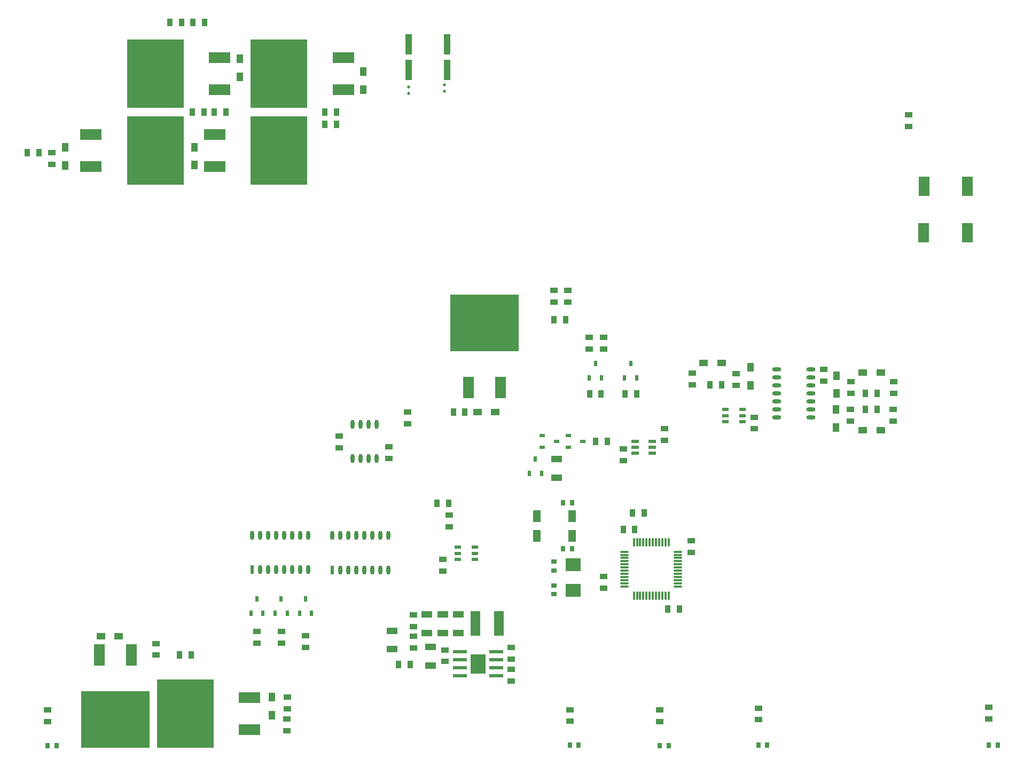
<source format=gtp>
G04*
G04 #@! TF.GenerationSoftware,Altium Limited,Altium Designer,21.2.2 (38)*
G04*
G04 Layer_Color=8421504*
%FSLAX25Y25*%
%MOIN*%
G70*
G04*
G04 #@! TF.SameCoordinates,F28A5215-CE45-4803-9B4C-17DA2ED16A0E*
G04*
G04*
G04 #@! TF.FilePolarity,Positive*
G04*
G01*
G75*
%ADD18R,0.06693X0.04134*%
%ADD19R,0.05118X0.03740*%
%ADD20R,0.09449X0.07874*%
%ADD21R,0.03740X0.05118*%
%ADD22R,0.06299X0.15748*%
%ADD23R,0.08661X0.01968*%
%ADD24R,0.09449X0.12205*%
%ADD25R,0.06693X0.12402*%
%ADD26O,0.02362X0.05709*%
%ADD27R,0.02362X0.05709*%
%ADD28R,0.05315X0.03937*%
%ADD29R,0.03937X0.05315*%
%ADD30R,0.02756X0.03543*%
%ADD31C,0.01968*%
%ADD32R,0.02362X0.03543*%
%ADD33R,0.03937X0.02362*%
%ADD34O,0.05709X0.02362*%
%ADD35R,0.03543X0.02362*%
%ADD36R,0.04724X0.02165*%
%ADD37O,0.02362X0.05709*%
%ADD38R,0.07008X0.13795*%
%ADD39R,0.42992X0.35512*%
%ADD40R,0.05000X0.07500*%
%ADD41O,0.01181X0.05709*%
%ADD42O,0.05709X0.01181*%
%ADD43R,0.03543X0.02756*%
%ADD44R,0.35512X0.42992*%
%ADD45R,0.13795X0.07008*%
%ADD46R,0.04331X0.12992*%
D18*
X309646Y96358D02*
D03*
Y84744D02*
D03*
X319488Y96161D02*
D03*
Y84547D02*
D03*
X287795Y74508D02*
D03*
Y86122D02*
D03*
X312008Y64272D02*
D03*
Y75886D02*
D03*
X329331Y96161D02*
D03*
Y84547D02*
D03*
X390551Y193405D02*
D03*
Y181791D02*
D03*
D19*
X362205Y62106D02*
D03*
Y54823D02*
D03*
X320866Y66831D02*
D03*
Y74114D02*
D03*
X362205Y68209D02*
D03*
Y75492D02*
D03*
X323425Y158366D02*
D03*
Y151083D02*
D03*
X301181Y88681D02*
D03*
Y95965D02*
D03*
Y82579D02*
D03*
Y75295D02*
D03*
X254921Y200295D02*
D03*
Y207579D02*
D03*
X397638Y298721D02*
D03*
Y291437D02*
D03*
X297441Y215453D02*
D03*
Y222736D02*
D03*
X610236Y408366D02*
D03*
Y401083D02*
D03*
X513779Y219488D02*
D03*
Y212205D02*
D03*
X600787Y241535D02*
D03*
Y234252D02*
D03*
X574213Y241535D02*
D03*
Y234252D02*
D03*
X574016Y217028D02*
D03*
Y224311D02*
D03*
X600591Y217028D02*
D03*
Y224311D02*
D03*
X516535Y37795D02*
D03*
Y30512D02*
D03*
X502559Y246752D02*
D03*
Y239469D02*
D03*
X475295Y246850D02*
D03*
Y239567D02*
D03*
X419882Y261910D02*
D03*
Y269193D02*
D03*
X411024Y262008D02*
D03*
Y269291D02*
D03*
X557087Y242028D02*
D03*
Y249311D02*
D03*
X457874Y204921D02*
D03*
Y212205D02*
D03*
X432087Y199705D02*
D03*
Y192421D02*
D03*
X388976Y298721D02*
D03*
Y291437D02*
D03*
X286024Y200984D02*
D03*
Y193701D02*
D03*
X660236Y38386D02*
D03*
Y31102D02*
D03*
X73032Y36614D02*
D03*
Y29331D02*
D03*
X454921Y36614D02*
D03*
Y29331D02*
D03*
X398819Y36811D02*
D03*
Y29528D02*
D03*
X319488Y130610D02*
D03*
Y123327D02*
D03*
X233858Y75689D02*
D03*
Y82972D02*
D03*
X218898Y78347D02*
D03*
Y85630D02*
D03*
X203543Y78445D02*
D03*
Y85728D02*
D03*
X419882Y119980D02*
D03*
Y112697D02*
D03*
X474606Y135039D02*
D03*
Y142323D02*
D03*
X222244Y31004D02*
D03*
Y23720D02*
D03*
X140551Y78150D02*
D03*
Y70866D02*
D03*
X222441Y44587D02*
D03*
Y37303D02*
D03*
X75590Y377264D02*
D03*
Y384547D02*
D03*
D20*
X400787Y127165D02*
D03*
Y111417D02*
D03*
D21*
X316043Y165748D02*
D03*
X323327D02*
D03*
X291831Y65158D02*
D03*
X299114D02*
D03*
X418405Y233858D02*
D03*
X411122D02*
D03*
X440453D02*
D03*
X433169D02*
D03*
X445276Y159646D02*
D03*
X437992D02*
D03*
X590650Y234252D02*
D03*
X583366D02*
D03*
X590650Y224409D02*
D03*
X583366D02*
D03*
X486221Y239567D02*
D03*
X493504D02*
D03*
X422146Y204331D02*
D03*
X414862D02*
D03*
X388878Y280315D02*
D03*
X396161D02*
D03*
X326083Y222638D02*
D03*
X333366D02*
D03*
X439370Y149213D02*
D03*
X432087D02*
D03*
X459941Y99803D02*
D03*
X467224D02*
D03*
X155315Y70866D02*
D03*
X162598D02*
D03*
X253248Y402165D02*
D03*
X245965D02*
D03*
X245866Y410039D02*
D03*
X253150D02*
D03*
X170571D02*
D03*
X163287D02*
D03*
X184350D02*
D03*
X177067D02*
D03*
X67618Y384646D02*
D03*
X60335D02*
D03*
X156496Y466142D02*
D03*
X149213D02*
D03*
X170768D02*
D03*
X163484D02*
D03*
D22*
X339961Y90748D02*
D03*
X354528D02*
D03*
D23*
X352953Y57913D02*
D03*
Y62913D02*
D03*
Y67913D02*
D03*
Y72913D02*
D03*
X330315Y57913D02*
D03*
Y62913D02*
D03*
Y67913D02*
D03*
Y72913D02*
D03*
D24*
X341634Y65413D02*
D03*
D25*
X647047Y363583D02*
D03*
X619882D02*
D03*
X646850Y334646D02*
D03*
X619685D02*
D03*
D26*
X235610Y145768D02*
D03*
X230610D02*
D03*
X225610D02*
D03*
X220610D02*
D03*
X215610D02*
D03*
X210610D02*
D03*
X205610D02*
D03*
X200610D02*
D03*
X235610Y124311D02*
D03*
X230610D02*
D03*
X225610D02*
D03*
X220610D02*
D03*
X215610D02*
D03*
X210610D02*
D03*
X205610D02*
D03*
X285413Y145571D02*
D03*
X280413D02*
D03*
X275413D02*
D03*
X270413D02*
D03*
X265413D02*
D03*
X260413D02*
D03*
X255413D02*
D03*
X250413D02*
D03*
X285413Y124114D02*
D03*
X280413D02*
D03*
X275413D02*
D03*
X270413D02*
D03*
X265413D02*
D03*
X260413D02*
D03*
X255413D02*
D03*
D27*
X200610Y124311D02*
D03*
X250413Y124114D02*
D03*
D28*
X581595Y247244D02*
D03*
X592815D02*
D03*
X581595Y211221D02*
D03*
X592815D02*
D03*
X493504Y253346D02*
D03*
X482283D02*
D03*
X341142Y222638D02*
D03*
X352362D02*
D03*
X117323Y82677D02*
D03*
X106102D02*
D03*
D29*
X565158Y234252D02*
D03*
Y245472D02*
D03*
X564961Y224311D02*
D03*
Y213090D02*
D03*
X511417Y239370D02*
D03*
Y250590D02*
D03*
X212795Y33366D02*
D03*
Y44587D02*
D03*
X269882Y424016D02*
D03*
Y435236D02*
D03*
X164567Y388090D02*
D03*
Y376870D02*
D03*
X84055Y387894D02*
D03*
Y376673D02*
D03*
X192913Y431988D02*
D03*
Y443209D02*
D03*
D30*
X516535Y14764D02*
D03*
X522047D02*
D03*
X660236D02*
D03*
X665748D02*
D03*
X398819D02*
D03*
X404331D02*
D03*
X454921Y14370D02*
D03*
X460433D02*
D03*
X394685Y137205D02*
D03*
X400197D02*
D03*
X394685Y166142D02*
D03*
X400197D02*
D03*
X73032Y14173D02*
D03*
X78543D02*
D03*
D31*
X298228Y421654D02*
D03*
Y425591D02*
D03*
X320472Y426968D02*
D03*
Y423032D02*
D03*
D32*
X411024Y244094D02*
D03*
X418504D02*
D03*
X414764Y253150D02*
D03*
X433071Y244094D02*
D03*
X440551D02*
D03*
X436811Y253150D02*
D03*
X377362Y193307D02*
D03*
X381102Y184252D02*
D03*
X373622D02*
D03*
X203543Y106102D02*
D03*
X207283Y97047D02*
D03*
X199803D02*
D03*
X233858Y106102D02*
D03*
X237598Y97047D02*
D03*
X230118D02*
D03*
X218701Y106102D02*
D03*
X222441Y97047D02*
D03*
X214961D02*
D03*
D33*
X506693Y224213D02*
D03*
Y220472D02*
D03*
Y216732D02*
D03*
X496063D02*
D03*
Y220472D02*
D03*
Y224213D02*
D03*
X328937Y130709D02*
D03*
Y134449D02*
D03*
Y138189D02*
D03*
X339567D02*
D03*
Y134449D02*
D03*
Y130709D02*
D03*
D34*
X549409Y219331D02*
D03*
Y224331D02*
D03*
Y229331D02*
D03*
Y234331D02*
D03*
Y239331D02*
D03*
Y244331D02*
D03*
Y249331D02*
D03*
X527953Y219331D02*
D03*
Y224331D02*
D03*
Y229331D02*
D03*
Y234331D02*
D03*
Y239331D02*
D03*
Y244331D02*
D03*
Y249331D02*
D03*
D35*
X390551Y204331D02*
D03*
X381496Y200591D02*
D03*
Y208071D02*
D03*
X406890Y204331D02*
D03*
X397835Y200591D02*
D03*
Y208071D02*
D03*
D36*
X450197Y204331D02*
D03*
Y200591D02*
D03*
Y196850D02*
D03*
X439567D02*
D03*
Y200591D02*
D03*
Y204331D02*
D03*
D37*
X278366Y215059D02*
D03*
X273366D02*
D03*
X268366D02*
D03*
X263366D02*
D03*
X278366Y193602D02*
D03*
X273366D02*
D03*
X268366D02*
D03*
X263366D02*
D03*
D38*
X335512Y237992D02*
D03*
X355512D02*
D03*
X105394Y70866D02*
D03*
X125394D02*
D03*
D39*
X345512Y278201D02*
D03*
X115394Y30658D02*
D03*
D40*
X400197Y145177D02*
D03*
X378197D02*
D03*
Y157677D02*
D03*
X400197D02*
D03*
D41*
X438779Y141240D02*
D03*
X440748D02*
D03*
X442717D02*
D03*
X444685D02*
D03*
X446654D02*
D03*
X448622D02*
D03*
X450591D02*
D03*
X452559D02*
D03*
X454528D02*
D03*
X456496D02*
D03*
X458465D02*
D03*
X460433D02*
D03*
Y107972D02*
D03*
X458465D02*
D03*
X456496D02*
D03*
X454528D02*
D03*
X452559D02*
D03*
X450591D02*
D03*
X448622D02*
D03*
X446654D02*
D03*
X444685D02*
D03*
X442717D02*
D03*
X440748D02*
D03*
X438779D02*
D03*
D42*
X466240Y135433D02*
D03*
Y133465D02*
D03*
Y131496D02*
D03*
Y129527D02*
D03*
Y127559D02*
D03*
Y125591D02*
D03*
Y123622D02*
D03*
Y121653D02*
D03*
Y119685D02*
D03*
Y117717D02*
D03*
Y115748D02*
D03*
Y113779D02*
D03*
X432972D02*
D03*
Y115748D02*
D03*
Y117717D02*
D03*
Y119685D02*
D03*
Y121653D02*
D03*
Y123622D02*
D03*
Y125591D02*
D03*
Y127559D02*
D03*
Y129527D02*
D03*
Y131496D02*
D03*
Y133465D02*
D03*
Y135433D02*
D03*
D43*
X388779Y114370D02*
D03*
Y108858D02*
D03*
Y123819D02*
D03*
Y129331D02*
D03*
D44*
X158807Y34488D02*
D03*
X217323Y385827D02*
D03*
X217272Y434094D02*
D03*
X140157Y385827D02*
D03*
X140106Y434094D02*
D03*
D45*
X199016Y44488D02*
D03*
Y24488D02*
D03*
X177114Y375827D02*
D03*
Y395827D02*
D03*
X257480Y444095D02*
D03*
Y424094D02*
D03*
X99949Y375827D02*
D03*
Y395827D02*
D03*
X180315Y444095D02*
D03*
Y424094D02*
D03*
D46*
X298228Y436221D02*
D03*
X322244D02*
D03*
X298228Y452362D02*
D03*
X322244D02*
D03*
M02*

</source>
